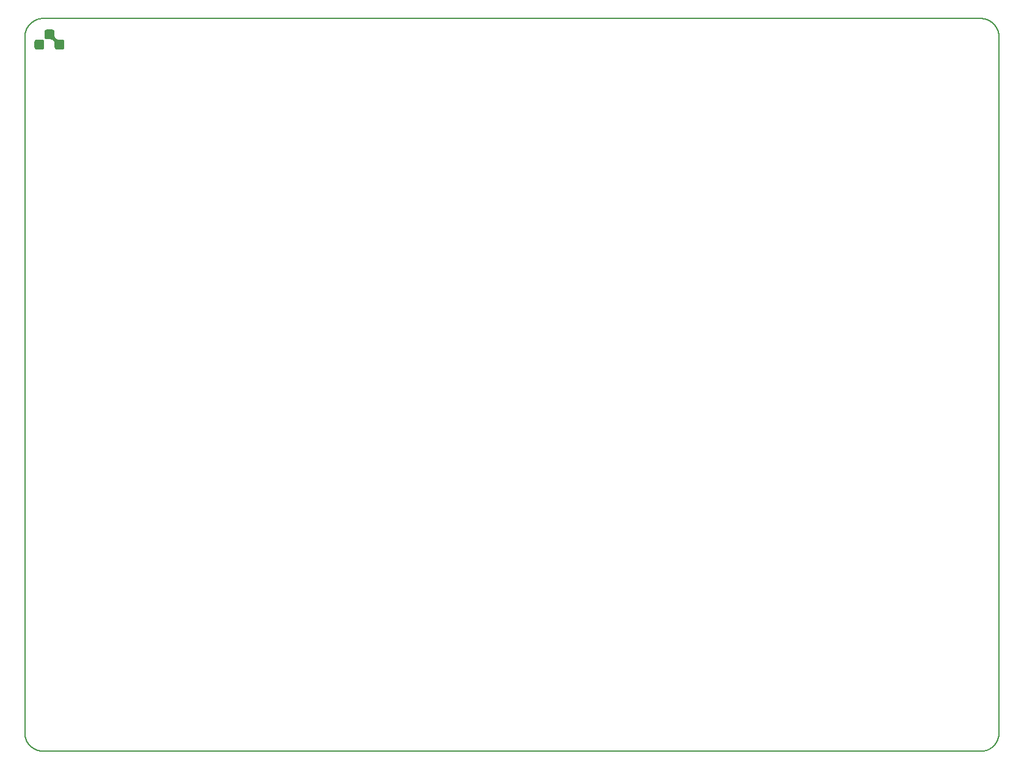
<source format=gbo>
G75*
%MOIN*%
%OFA0B0*%
%FSLAX25Y25*%
%IPPOS*%
%LPD*%
%AMOC8*
5,1,8,0,0,1.08239X$1,22.5*
%
%ADD10C,0.00500*%
%ADD11C,0.00300*%
D10*
X0015000Y0005000D02*
X0526496Y0005000D01*
X0526738Y0005003D01*
X0526979Y0005012D01*
X0527220Y0005026D01*
X0527461Y0005047D01*
X0527701Y0005073D01*
X0527941Y0005105D01*
X0528180Y0005143D01*
X0528417Y0005186D01*
X0528654Y0005236D01*
X0528889Y0005291D01*
X0529123Y0005351D01*
X0529355Y0005418D01*
X0529586Y0005489D01*
X0529815Y0005567D01*
X0530042Y0005650D01*
X0530267Y0005738D01*
X0530490Y0005832D01*
X0530710Y0005931D01*
X0530928Y0006036D01*
X0531143Y0006145D01*
X0531356Y0006260D01*
X0531566Y0006380D01*
X0531772Y0006505D01*
X0531976Y0006635D01*
X0532177Y0006770D01*
X0532374Y0006910D01*
X0532568Y0007054D01*
X0532758Y0007203D01*
X0532944Y0007357D01*
X0533127Y0007515D01*
X0533306Y0007677D01*
X0533481Y0007844D01*
X0533652Y0008015D01*
X0533819Y0008190D01*
X0533981Y0008369D01*
X0534139Y0008552D01*
X0534293Y0008738D01*
X0534442Y0008928D01*
X0534586Y0009122D01*
X0534726Y0009319D01*
X0534861Y0009520D01*
X0534991Y0009724D01*
X0535116Y0009930D01*
X0535236Y0010140D01*
X0535351Y0010353D01*
X0535460Y0010568D01*
X0535565Y0010786D01*
X0535664Y0011006D01*
X0535758Y0011229D01*
X0535846Y0011454D01*
X0535929Y0011681D01*
X0536007Y0011910D01*
X0536078Y0012141D01*
X0536145Y0012373D01*
X0536205Y0012607D01*
X0536260Y0012842D01*
X0536310Y0013079D01*
X0536353Y0013316D01*
X0536391Y0013555D01*
X0536423Y0013795D01*
X0536449Y0014035D01*
X0536470Y0014276D01*
X0536484Y0014517D01*
X0536493Y0014758D01*
X0536496Y0015000D01*
X0536496Y0395000D01*
X0536493Y0395242D01*
X0536484Y0395483D01*
X0536470Y0395724D01*
X0536449Y0395965D01*
X0536423Y0396205D01*
X0536391Y0396445D01*
X0536353Y0396684D01*
X0536310Y0396921D01*
X0536260Y0397158D01*
X0536205Y0397393D01*
X0536145Y0397627D01*
X0536078Y0397859D01*
X0536007Y0398090D01*
X0535929Y0398319D01*
X0535846Y0398546D01*
X0535758Y0398771D01*
X0535664Y0398994D01*
X0535565Y0399214D01*
X0535460Y0399432D01*
X0535351Y0399647D01*
X0535236Y0399860D01*
X0535116Y0400070D01*
X0534991Y0400276D01*
X0534861Y0400480D01*
X0534726Y0400681D01*
X0534586Y0400878D01*
X0534442Y0401072D01*
X0534293Y0401262D01*
X0534139Y0401448D01*
X0533981Y0401631D01*
X0533819Y0401810D01*
X0533652Y0401985D01*
X0533481Y0402156D01*
X0533306Y0402323D01*
X0533127Y0402485D01*
X0532944Y0402643D01*
X0532758Y0402797D01*
X0532568Y0402946D01*
X0532374Y0403090D01*
X0532177Y0403230D01*
X0531976Y0403365D01*
X0531772Y0403495D01*
X0531566Y0403620D01*
X0531356Y0403740D01*
X0531143Y0403855D01*
X0530928Y0403964D01*
X0530710Y0404069D01*
X0530490Y0404168D01*
X0530267Y0404262D01*
X0530042Y0404350D01*
X0529815Y0404433D01*
X0529586Y0404511D01*
X0529355Y0404582D01*
X0529123Y0404649D01*
X0528889Y0404709D01*
X0528654Y0404764D01*
X0528417Y0404814D01*
X0528180Y0404857D01*
X0527941Y0404895D01*
X0527701Y0404927D01*
X0527461Y0404953D01*
X0527220Y0404974D01*
X0526979Y0404988D01*
X0526738Y0404997D01*
X0526496Y0405000D01*
X0015000Y0405000D01*
X0014758Y0404997D01*
X0014517Y0404988D01*
X0014276Y0404974D01*
X0014035Y0404953D01*
X0013795Y0404927D01*
X0013555Y0404895D01*
X0013316Y0404857D01*
X0013079Y0404814D01*
X0012842Y0404764D01*
X0012607Y0404709D01*
X0012373Y0404649D01*
X0012141Y0404582D01*
X0011910Y0404511D01*
X0011681Y0404433D01*
X0011454Y0404350D01*
X0011229Y0404262D01*
X0011006Y0404168D01*
X0010786Y0404069D01*
X0010568Y0403964D01*
X0010353Y0403855D01*
X0010140Y0403740D01*
X0009930Y0403620D01*
X0009724Y0403495D01*
X0009520Y0403365D01*
X0009319Y0403230D01*
X0009122Y0403090D01*
X0008928Y0402946D01*
X0008738Y0402797D01*
X0008552Y0402643D01*
X0008369Y0402485D01*
X0008190Y0402323D01*
X0008015Y0402156D01*
X0007844Y0401985D01*
X0007677Y0401810D01*
X0007515Y0401631D01*
X0007357Y0401448D01*
X0007203Y0401262D01*
X0007054Y0401072D01*
X0006910Y0400878D01*
X0006770Y0400681D01*
X0006635Y0400480D01*
X0006505Y0400276D01*
X0006380Y0400070D01*
X0006260Y0399860D01*
X0006145Y0399647D01*
X0006036Y0399432D01*
X0005931Y0399214D01*
X0005832Y0398994D01*
X0005738Y0398771D01*
X0005650Y0398546D01*
X0005567Y0398319D01*
X0005489Y0398090D01*
X0005418Y0397859D01*
X0005351Y0397627D01*
X0005291Y0397393D01*
X0005236Y0397158D01*
X0005186Y0396921D01*
X0005143Y0396684D01*
X0005105Y0396445D01*
X0005073Y0396205D01*
X0005047Y0395965D01*
X0005026Y0395724D01*
X0005012Y0395483D01*
X0005003Y0395242D01*
X0005000Y0395000D01*
X0005000Y0015000D01*
X0005003Y0014758D01*
X0005012Y0014517D01*
X0005026Y0014276D01*
X0005047Y0014035D01*
X0005073Y0013795D01*
X0005105Y0013555D01*
X0005143Y0013316D01*
X0005186Y0013079D01*
X0005236Y0012842D01*
X0005291Y0012607D01*
X0005351Y0012373D01*
X0005418Y0012141D01*
X0005489Y0011910D01*
X0005567Y0011681D01*
X0005650Y0011454D01*
X0005738Y0011229D01*
X0005832Y0011006D01*
X0005931Y0010786D01*
X0006036Y0010568D01*
X0006145Y0010353D01*
X0006260Y0010140D01*
X0006380Y0009930D01*
X0006505Y0009724D01*
X0006635Y0009520D01*
X0006770Y0009319D01*
X0006910Y0009122D01*
X0007054Y0008928D01*
X0007203Y0008738D01*
X0007357Y0008552D01*
X0007515Y0008369D01*
X0007677Y0008190D01*
X0007844Y0008015D01*
X0008015Y0007844D01*
X0008190Y0007677D01*
X0008369Y0007515D01*
X0008552Y0007357D01*
X0008738Y0007203D01*
X0008928Y0007054D01*
X0009122Y0006910D01*
X0009319Y0006770D01*
X0009520Y0006635D01*
X0009724Y0006505D01*
X0009930Y0006380D01*
X0010140Y0006260D01*
X0010353Y0006145D01*
X0010568Y0006036D01*
X0010786Y0005931D01*
X0011006Y0005832D01*
X0011229Y0005738D01*
X0011454Y0005650D01*
X0011681Y0005567D01*
X0011910Y0005489D01*
X0012141Y0005418D01*
X0012373Y0005351D01*
X0012607Y0005291D01*
X0012842Y0005236D01*
X0013079Y0005186D01*
X0013316Y0005143D01*
X0013555Y0005105D01*
X0013795Y0005073D01*
X0014035Y0005047D01*
X0014276Y0005026D01*
X0014517Y0005012D01*
X0014758Y0005003D01*
X0015000Y0005000D01*
D11*
X0014276Y0388425D02*
X0014534Y0388459D01*
X0014776Y0388559D01*
X0014983Y0388718D01*
X0015142Y0388925D01*
X0015242Y0389166D01*
X0015276Y0389425D01*
X0015276Y0392425D01*
X0015242Y0392684D01*
X0015142Y0392925D01*
X0014983Y0393132D01*
X0014776Y0393291D01*
X0014534Y0393391D01*
X0014276Y0393425D01*
X0011276Y0393425D01*
X0011017Y0393391D01*
X0010776Y0393291D01*
X0010568Y0393132D01*
X0010410Y0392925D01*
X0010310Y0392684D01*
X0010276Y0392425D01*
X0010276Y0389425D01*
X0010310Y0389166D01*
X0010410Y0388925D01*
X0010568Y0388718D01*
X0010776Y0388559D01*
X0011017Y0388459D01*
X0011276Y0388425D01*
X0014276Y0388425D01*
X0014812Y0388587D02*
X0010739Y0388587D01*
X0010440Y0388886D02*
X0015111Y0388886D01*
X0015244Y0389184D02*
X0010307Y0389184D01*
X0010276Y0389483D02*
X0015276Y0389483D01*
X0015276Y0389781D02*
X0010276Y0389781D01*
X0010276Y0390080D02*
X0015276Y0390080D01*
X0015276Y0390378D02*
X0010276Y0390378D01*
X0010276Y0390677D02*
X0015276Y0390677D01*
X0015276Y0390975D02*
X0010276Y0390975D01*
X0010276Y0391274D02*
X0015276Y0391274D01*
X0015276Y0391572D02*
X0010276Y0391572D01*
X0010276Y0391871D02*
X0015276Y0391871D01*
X0015276Y0392169D02*
X0010276Y0392169D01*
X0010281Y0392468D02*
X0015270Y0392468D01*
X0015207Y0392766D02*
X0010344Y0392766D01*
X0010517Y0393065D02*
X0015035Y0393065D01*
X0014602Y0393363D02*
X0010949Y0393363D01*
X0015810Y0394666D02*
X0015776Y0394925D01*
X0015776Y0397925D01*
X0015810Y0398184D01*
X0015910Y0398425D01*
X0016068Y0398632D01*
X0016276Y0398791D01*
X0016517Y0398891D01*
X0016776Y0398925D01*
X0019776Y0398925D01*
X0020034Y0398891D01*
X0020276Y0398791D01*
X0020483Y0398632D01*
X0020642Y0398425D01*
X0020742Y0398184D01*
X0020776Y0397925D01*
X0020776Y0395925D01*
X0020824Y0395437D01*
X0020966Y0394968D01*
X0021197Y0394536D01*
X0021508Y0394157D01*
X0021887Y0393847D01*
X0022319Y0393616D01*
X0022788Y0393473D01*
X0023276Y0393425D01*
X0025276Y0393425D01*
X0025534Y0393391D01*
X0025776Y0393291D01*
X0025983Y0393132D01*
X0026142Y0392925D01*
X0026242Y0392684D01*
X0026276Y0392425D01*
X0026276Y0389425D01*
X0026242Y0389166D01*
X0026142Y0388925D01*
X0025983Y0388718D01*
X0025776Y0388559D01*
X0025534Y0388459D01*
X0025276Y0388425D01*
X0022276Y0388425D01*
X0022017Y0388459D01*
X0021776Y0388559D01*
X0021568Y0388718D01*
X0021410Y0388925D01*
X0021310Y0389166D01*
X0021276Y0389425D01*
X0021276Y0391425D01*
X0021228Y0391913D01*
X0021085Y0392382D01*
X0020854Y0392814D01*
X0020543Y0393193D01*
X0020165Y0393504D01*
X0019732Y0393735D01*
X0019263Y0393877D01*
X0018776Y0393925D01*
X0016776Y0393925D01*
X0016517Y0393959D01*
X0016276Y0394059D01*
X0016068Y0394218D01*
X0015910Y0394425D01*
X0015810Y0394666D01*
X0015855Y0394557D02*
X0021186Y0394557D01*
X0021026Y0394856D02*
X0015785Y0394856D01*
X0015776Y0395154D02*
X0020910Y0395154D01*
X0020822Y0395453D02*
X0015776Y0395453D01*
X0015776Y0395751D02*
X0020793Y0395751D01*
X0020776Y0396050D02*
X0015776Y0396050D01*
X0015776Y0396348D02*
X0020776Y0396348D01*
X0020776Y0396647D02*
X0015776Y0396647D01*
X0015776Y0396945D02*
X0020776Y0396945D01*
X0020776Y0397244D02*
X0015776Y0397244D01*
X0015776Y0397542D02*
X0020776Y0397542D01*
X0020776Y0397841D02*
X0015776Y0397841D01*
X0015804Y0398139D02*
X0020747Y0398139D01*
X0020632Y0398438D02*
X0015919Y0398438D01*
X0016204Y0398736D02*
X0020347Y0398736D01*
X0021425Y0394259D02*
X0016037Y0394259D01*
X0016514Y0393960D02*
X0021748Y0393960D01*
X0022232Y0393662D02*
X0019869Y0393662D01*
X0020336Y0393363D02*
X0025602Y0393363D01*
X0026035Y0393065D02*
X0020649Y0393065D01*
X0020880Y0392766D02*
X0026207Y0392766D01*
X0026270Y0392468D02*
X0021039Y0392468D01*
X0021150Y0392169D02*
X0026276Y0392169D01*
X0026276Y0391871D02*
X0021232Y0391871D01*
X0021261Y0391572D02*
X0026276Y0391572D01*
X0026276Y0391274D02*
X0021276Y0391274D01*
X0021276Y0390975D02*
X0026276Y0390975D01*
X0026276Y0390677D02*
X0021276Y0390677D01*
X0021276Y0390378D02*
X0026276Y0390378D01*
X0026276Y0390080D02*
X0021276Y0390080D01*
X0021276Y0389781D02*
X0026276Y0389781D01*
X0026276Y0389483D02*
X0021276Y0389483D01*
X0021307Y0389184D02*
X0026244Y0389184D01*
X0026111Y0388886D02*
X0021440Y0388886D01*
X0021739Y0388587D02*
X0025812Y0388587D01*
M02*

</source>
